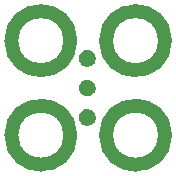
<source format=gts>
%TF.GenerationSoftware,KiCad,Pcbnew,4.0.5-e0-6337~49~ubuntu16.04.1*%
%TF.CreationDate,2017-05-26T06:02:57-07:00*%
%TF.ProjectId,2x2-Slide-Switch-EG1218-TH,3278322D536C6964652D537769746368,v1.1*%
%TF.FileFunction,Soldermask,Top*%
%FSLAX46Y46*%
G04 Gerber Fmt 4.6, Leading zero omitted, Abs format (unit mm)*
G04 Created by KiCad (PCBNEW 4.0.5-e0-6337~49~ubuntu16.04.1) date Fri May 26 06:02:57 2017*
%MOMM*%
%LPD*%
G01*
G04 APERTURE LIST*
%ADD10C,0.350000*%
%ADD11C,1.200000*%
G04 APERTURE END LIST*
D10*
D11*
X27000201Y-49910000D02*
G75*
G03X27000201Y-49910000I-2501610J0D01*
G01*
X27000201Y-57911000D02*
G75*
G03X27000201Y-57911000I-2501610J0D01*
G01*
X18986501Y-57911000D02*
G75*
G03X18986501Y-57911000I-2501610J0D01*
G01*
X18986501Y-49910000D02*
G75*
G03X18986501Y-49910000I-2501610J0D01*
G01*
D10*
G36*
X20495254Y-55711664D02*
X20629951Y-55739314D01*
X20756724Y-55792605D01*
X20870727Y-55869501D01*
X20967623Y-55967075D01*
X21043720Y-56081611D01*
X21096122Y-56208747D01*
X21122763Y-56343295D01*
X21122763Y-56343305D01*
X21122830Y-56343644D01*
X21120637Y-56500709D01*
X21120561Y-56501043D01*
X21120561Y-56501056D01*
X21090173Y-56634808D01*
X21034243Y-56760428D01*
X20954975Y-56872797D01*
X20855392Y-56967629D01*
X20739285Y-57041313D01*
X20611079Y-57091040D01*
X20475658Y-57114919D01*
X20338173Y-57112038D01*
X20203867Y-57082509D01*
X20077854Y-57027456D01*
X19964939Y-56948978D01*
X19869415Y-56850059D01*
X19794922Y-56734469D01*
X19744298Y-56606608D01*
X19719476Y-56471361D01*
X19721395Y-56333861D01*
X19749987Y-56199351D01*
X19804156Y-56072962D01*
X19881851Y-55959493D01*
X19980097Y-55863283D01*
X20095164Y-55787985D01*
X20222665Y-55736471D01*
X20357738Y-55710705D01*
X20495254Y-55711664D01*
X20495254Y-55711664D01*
G37*
G36*
X20495254Y-53211664D02*
X20629951Y-53239314D01*
X20756724Y-53292605D01*
X20870727Y-53369501D01*
X20967623Y-53467075D01*
X21043720Y-53581611D01*
X21096122Y-53708747D01*
X21122763Y-53843295D01*
X21122763Y-53843305D01*
X21122830Y-53843644D01*
X21120637Y-54000709D01*
X21120561Y-54001043D01*
X21120561Y-54001056D01*
X21090173Y-54134808D01*
X21034243Y-54260428D01*
X20954975Y-54372797D01*
X20855392Y-54467629D01*
X20739285Y-54541313D01*
X20611079Y-54591040D01*
X20475658Y-54614919D01*
X20338173Y-54612038D01*
X20203867Y-54582509D01*
X20077854Y-54527456D01*
X19964939Y-54448978D01*
X19869415Y-54350059D01*
X19794922Y-54234469D01*
X19744298Y-54106608D01*
X19719476Y-53971361D01*
X19721395Y-53833861D01*
X19749987Y-53699351D01*
X19804156Y-53572962D01*
X19881851Y-53459493D01*
X19980097Y-53363283D01*
X20095164Y-53287985D01*
X20222665Y-53236471D01*
X20357738Y-53210705D01*
X20495254Y-53211664D01*
X20495254Y-53211664D01*
G37*
G36*
X20495254Y-50711664D02*
X20629951Y-50739314D01*
X20756724Y-50792605D01*
X20870727Y-50869501D01*
X20967623Y-50967075D01*
X21043720Y-51081611D01*
X21096122Y-51208747D01*
X21122763Y-51343295D01*
X21122763Y-51343305D01*
X21122830Y-51343644D01*
X21120637Y-51500709D01*
X21120561Y-51501043D01*
X21120561Y-51501056D01*
X21090173Y-51634808D01*
X21034243Y-51760428D01*
X20954975Y-51872797D01*
X20855392Y-51967629D01*
X20739285Y-52041313D01*
X20611079Y-52091040D01*
X20475658Y-52114919D01*
X20338173Y-52112038D01*
X20203867Y-52082509D01*
X20077854Y-52027456D01*
X19964939Y-51948978D01*
X19869415Y-51850059D01*
X19794922Y-51734469D01*
X19744298Y-51606608D01*
X19719476Y-51471361D01*
X19721395Y-51333861D01*
X19749987Y-51199351D01*
X19804156Y-51072962D01*
X19881851Y-50959493D01*
X19980097Y-50863283D01*
X20095164Y-50787985D01*
X20222665Y-50736471D01*
X20357738Y-50710705D01*
X20495254Y-50711664D01*
X20495254Y-50711664D01*
G37*
M02*

</source>
